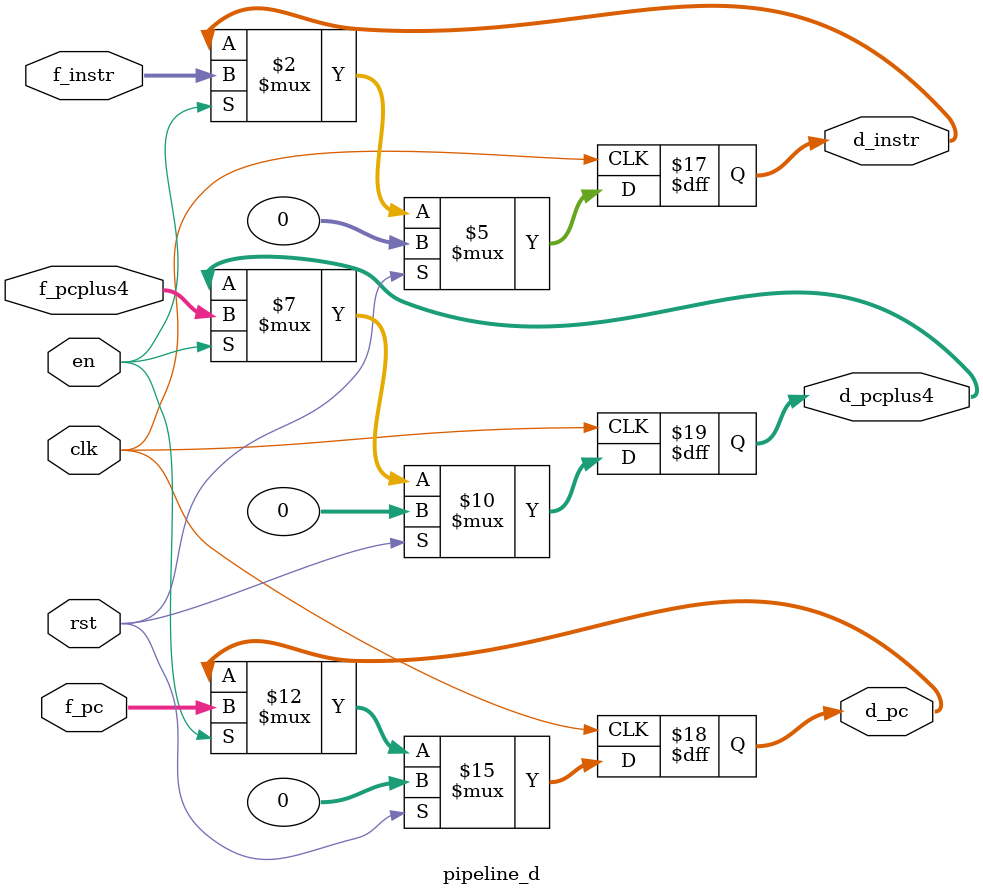
<source format=sv>
module pipeline_d #(
    parameter DATA_WIDTH = 32,
    parameter ADDRESS_WIDTH = 32
)(
    input logic clk, en, rst,       //Clock, Enable and Reset/Clear Signal
    input logic [DATA_WIDTH-1:0] f_instr,   //fetch stage instruction
    input logic [ADDRESS_WIDTH-1:0] f_pc,   //new program counter
    input logic [ADDRESS_WIDTH-1:0] f_pcplus4,
    output logic [DATA_WIDTH-1:0] d_instr,   
    output logic [ADDRESS_WIDTH-1:0] d_pc,   
    output logic [ADDRESS_WIDTH-1:0] d_pcplus4
);

always_ff @ (posedge clk) begin
    if (rst) begin
        {d_instr, d_pc,d_pcplus4} <= '0;
    end
    else if (en) begin
        d_instr <= f_instr;
        d_pc <= f_pc;
        d_pcplus4 <= f_pcplus4;
    end
end
endmodule

</source>
